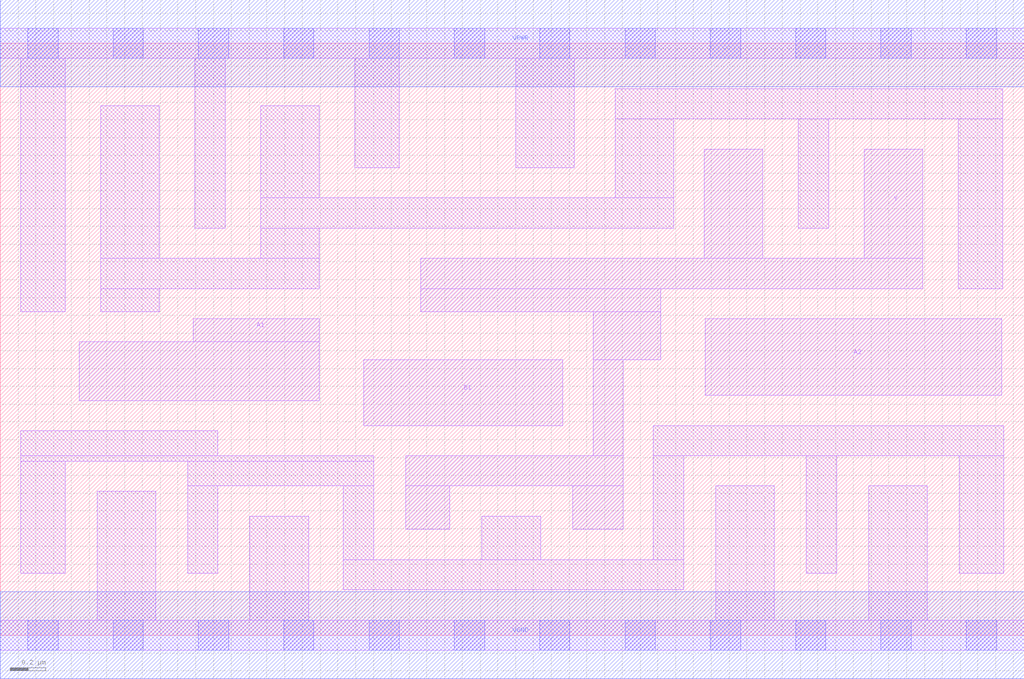
<source format=lef>
# Copyright 2020 The SkyWater PDK Authors
#
# Licensed under the Apache License, Version 2.0 (the "License");
# you may not use this file except in compliance with the License.
# You may obtain a copy of the License at
#
#     https://www.apache.org/licenses/LICENSE-2.0
#
# Unless required by applicable law or agreed to in writing, software
# distributed under the License is distributed on an "AS IS" BASIS,
# WITHOUT WARRANTIES OR CONDITIONS OF ANY KIND, either express or implied.
# See the License for the specific language governing permissions and
# limitations under the License.
#
# SPDX-License-Identifier: Apache-2.0

VERSION 5.5 ;
NAMESCASESENSITIVE ON ;
BUSBITCHARS "[]" ;
DIVIDERCHAR "/" ;
MACRO sky130_fd_sc_ls__o21ai_4
  CLASS CORE ;
  SOURCE USER ;
  ORIGIN  0.000000  0.000000 ;
  SIZE  5.760000 BY  3.330000 ;
  SYMMETRY X Y ;
  SITE unit ;
  PIN A1
    ANTENNAGATEAREA  1.116000 ;
    DIRECTION INPUT ;
    USE SIGNAL ;
    PORT
      LAYER li1 ;
        RECT 0.445000 1.320000 1.795000 1.650000 ;
        RECT 1.085000 1.650000 1.795000 1.780000 ;
    END
  END A1
  PIN A2
    ANTENNAGATEAREA  1.116000 ;
    DIRECTION INPUT ;
    USE SIGNAL ;
    PORT
      LAYER li1 ;
        RECT 3.965000 1.350000 5.635000 1.780000 ;
    END
  END A2
  PIN B1
    ANTENNAGATEAREA  0.780000 ;
    DIRECTION INPUT ;
    USE SIGNAL ;
    PORT
      LAYER li1 ;
        RECT 2.045000 1.180000 3.165000 1.550000 ;
    END
  END B1
  PIN Y
    ANTENNADIFFAREA  1.478400 ;
    DIRECTION OUTPUT ;
    USE SIGNAL ;
    PORT
      LAYER li1 ;
        RECT 2.280000 0.595000 2.530000 0.840000 ;
        RECT 2.280000 0.840000 3.505000 1.010000 ;
        RECT 2.365000 1.820000 3.715000 1.950000 ;
        RECT 2.365000 1.950000 5.190000 2.120000 ;
        RECT 3.220000 0.595000 3.505000 0.840000 ;
        RECT 3.335000 1.010000 3.505000 1.550000 ;
        RECT 3.335000 1.550000 3.715000 1.820000 ;
        RECT 3.960000 2.120000 4.290000 2.735000 ;
        RECT 4.860000 2.120000 5.190000 2.735000 ;
    END
  END Y
  PIN VGND
    DIRECTION INOUT ;
    SHAPE ABUTMENT ;
    USE GROUND ;
    PORT
      LAYER met1 ;
        RECT 0.000000 -0.245000 5.760000 0.245000 ;
    END
  END VGND
  PIN VPWR
    DIRECTION INOUT ;
    SHAPE ABUTMENT ;
    USE POWER ;
    PORT
      LAYER met1 ;
        RECT 0.000000 3.085000 5.760000 3.575000 ;
    END
  END VPWR
  OBS
    LAYER li1 ;
      RECT 0.000000 -0.085000 5.760000 0.085000 ;
      RECT 0.000000  3.245000 5.760000 3.415000 ;
      RECT 0.115000  0.350000 0.365000 0.980000 ;
      RECT 0.115000  0.980000 2.100000 1.010000 ;
      RECT 0.115000  1.010000 1.225000 1.150000 ;
      RECT 0.115000  1.820000 0.365000 3.245000 ;
      RECT 0.545000  0.085000 0.875000 0.810000 ;
      RECT 0.565000  1.820000 0.895000 1.950000 ;
      RECT 0.565000  1.950000 1.795000 2.120000 ;
      RECT 0.565000  2.120000 0.895000 2.980000 ;
      RECT 1.055000  0.350000 1.225000 0.840000 ;
      RECT 1.055000  0.840000 2.100000 0.980000 ;
      RECT 1.095000  2.290000 1.265000 3.245000 ;
      RECT 1.405000  0.085000 1.735000 0.670000 ;
      RECT 1.465000  2.120000 1.795000 2.290000 ;
      RECT 1.465000  2.290000 3.790000 2.460000 ;
      RECT 1.465000  2.460000 1.795000 2.980000 ;
      RECT 1.930000  0.255000 3.845000 0.425000 ;
      RECT 1.930000  0.425000 2.100000 0.840000 ;
      RECT 1.995000  2.630000 2.245000 3.245000 ;
      RECT 2.710000  0.425000 3.040000 0.670000 ;
      RECT 2.900000  2.630000 3.230000 3.245000 ;
      RECT 3.460000  2.460000 3.790000 2.905000 ;
      RECT 3.460000  2.905000 5.640000 3.075000 ;
      RECT 3.675000  0.425000 3.845000 1.010000 ;
      RECT 3.675000  1.010000 5.645000 1.180000 ;
      RECT 4.025000  0.085000 4.355000 0.840000 ;
      RECT 4.490000  2.290000 4.660000 2.905000 ;
      RECT 4.535000  0.350000 4.705000 1.010000 ;
      RECT 4.885000  0.085000 5.215000 0.840000 ;
      RECT 5.390000  1.950000 5.640000 2.905000 ;
      RECT 5.395000  0.350000 5.645000 1.010000 ;
    LAYER mcon ;
      RECT 0.155000 -0.085000 0.325000 0.085000 ;
      RECT 0.155000  3.245000 0.325000 3.415000 ;
      RECT 0.635000 -0.085000 0.805000 0.085000 ;
      RECT 0.635000  3.245000 0.805000 3.415000 ;
      RECT 1.115000 -0.085000 1.285000 0.085000 ;
      RECT 1.115000  3.245000 1.285000 3.415000 ;
      RECT 1.595000 -0.085000 1.765000 0.085000 ;
      RECT 1.595000  3.245000 1.765000 3.415000 ;
      RECT 2.075000 -0.085000 2.245000 0.085000 ;
      RECT 2.075000  3.245000 2.245000 3.415000 ;
      RECT 2.555000 -0.085000 2.725000 0.085000 ;
      RECT 2.555000  3.245000 2.725000 3.415000 ;
      RECT 3.035000 -0.085000 3.205000 0.085000 ;
      RECT 3.035000  3.245000 3.205000 3.415000 ;
      RECT 3.515000 -0.085000 3.685000 0.085000 ;
      RECT 3.515000  3.245000 3.685000 3.415000 ;
      RECT 3.995000 -0.085000 4.165000 0.085000 ;
      RECT 3.995000  3.245000 4.165000 3.415000 ;
      RECT 4.475000 -0.085000 4.645000 0.085000 ;
      RECT 4.475000  3.245000 4.645000 3.415000 ;
      RECT 4.955000 -0.085000 5.125000 0.085000 ;
      RECT 4.955000  3.245000 5.125000 3.415000 ;
      RECT 5.435000 -0.085000 5.605000 0.085000 ;
      RECT 5.435000  3.245000 5.605000 3.415000 ;
  END
END sky130_fd_sc_ls__o21ai_4

</source>
